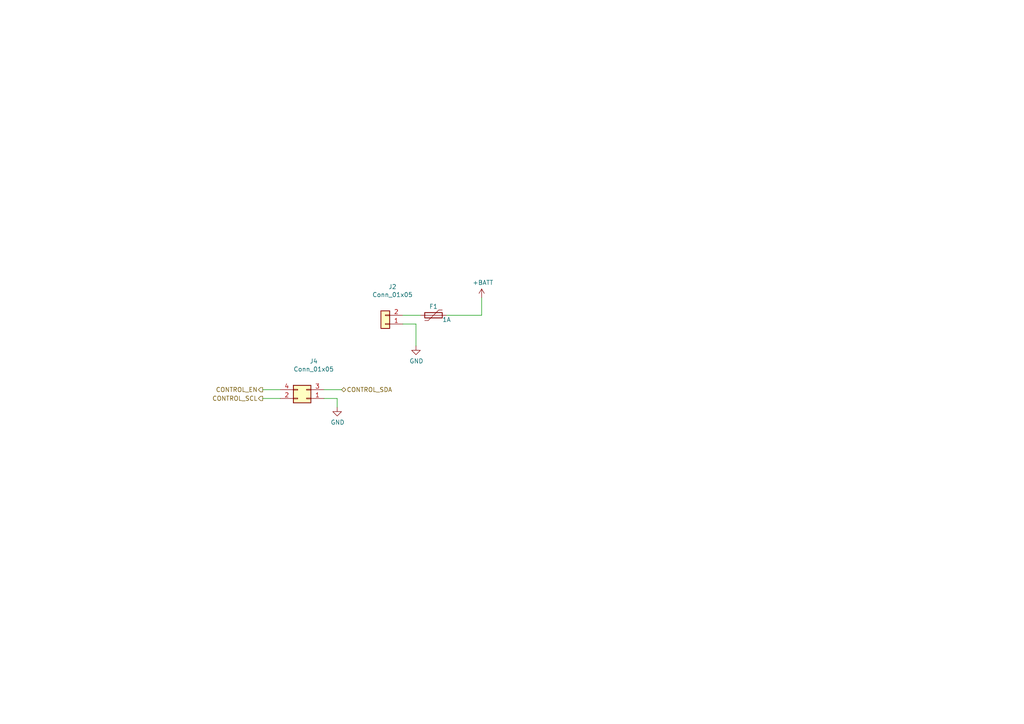
<source format=kicad_sch>
(kicad_sch (version 20230121) (generator eeschema)
  (paper "A4")
  (title_block (date "2020-06-17") (rev "R0.1") (comment 1 "Design by: Matt Casari"))
  (lib_symbols
    (symbol "Connector_Generic:Conn_01x02" (pin_names (offset 1.016) hide)
      (property "Reference" "J" (at 0 2.54 0))
      (property "Value" "Conn_01x02" (at 0 -5.08 0))
      (symbol "Conn_01x02_1_1"
        (rectangle (start -1.27 -2.413) (end 0 -2.667) (stroke (width 0.1524)))
        (rectangle (start -1.27 0.127) (end 0 -0.127) (stroke (width 0.1524)))
        (rectangle (start -1.27 1.27) (end 1.27 -3.81) (stroke (width 0.254)) (fill (type background)))
        (pin passive line (at -5.08 0 0) (length 3.81) (name "Pin_1") (number "1"))
        (pin passive line (at -5.08 -2.54 0) (length 3.81) (name "Pin_2") (number "2"))
      )
    )
    (symbol "Connector_Generic:Conn_02x02_Odd_Even" (pin_names (offset 1.016) hide)
      (property "Reference" "J" (at 1.27 2.54 0))
      (property "Value" "Conn_02x02_Odd_Even" (at 1.27 -5.08 0))
      (symbol "Conn_02x02_Odd_Even_1_1"
        (rectangle (start -1.27 -2.413) (end 0 -2.667) (stroke (width 0.1524)))
        (rectangle (start -1.27 0.127) (end 0 -0.127) (stroke (width 0.1524)))
        (rectangle (start -1.27 1.27) (end 3.81 -3.81) (stroke (width 0.254)) (fill (type background)))
        (rectangle (start 3.81 -2.413) (end 2.54 -2.667) (stroke (width 0.1524)))
        (rectangle (start 3.81 0.127) (end 2.54 -0.127) (stroke (width 0.1524)))
        (pin passive line (at -5.08 0 0) (length 3.81) (name "Pin_1") (number "1"))
        (pin passive line (at 7.62 0 180) (length 3.81) (name "Pin_2") (number "2"))
        (pin passive line (at -5.08 -2.54 0) (length 3.81) (name "Pin_3") (number "3"))
        (pin passive line (at 7.62 -2.54 180) (length 3.81) (name "Pin_4") (number "4"))
      )
    )
    (symbol "Device:Polyfuse" (pin_numbers hide) (pin_names (offset 0))
      (property "Reference" "F" (at -2.54 0 90))
      (property "Value" "Polyfuse" (at 2.54 0 90))
      (symbol "Polyfuse_0_1"
        (rectangle (start -0.762 2.54) (end 0.762 -2.54) (stroke (width 0.254)))
        (polyline (pts (xy 0 2.54) (xy 0 -2.54)))
        (polyline (pts (xy -1.524 2.54) (xy -1.524 1.524) (xy 1.524 -1.524) (xy 1.524 -2.54)))
      )
      (symbol "Polyfuse_1_1"
        (pin passive line (at 0 3.81 270) (length 1.27) (name "~") (number "1"))
        (pin passive line (at 0 -3.81 90) (length 1.27) (name "~") (number "2"))
      )
    )
    (symbol "power:+BATT" (power) (pin_names (offset 0))
      (property "Value" "+BATT" (at 0 3.556 0))
      (symbol "+BATT_0_1"
        (polyline (pts (xy -0.762 1.27) (xy 0 2.54)))
        (polyline (pts (xy 0 0) (xy 0 2.54)))
        (polyline (pts (xy 0 2.54) (xy 0.762 1.27)))
      )
      (symbol "+BATT_1_1"
        (pin power_in line (at 0 0 90) (length 0) hide (name "+BATT") (number "1"))
      )
    )
    (symbol "power:GND" (power) (pin_names (offset 0))
      (property "Value" "GND" (at 0 -3.81 0))
      (symbol "GND_0_1"
        (polyline (pts (xy 0 0) (xy 0 -1.27) (xy 1.27 -1.27) (xy 0 -2.54) (xy -1.27 -1.27) (xy 0 -1.27)))
      )
      (symbol "GND_1_1"
        (pin power_in line (at 0 0 270) (length 0) hide (name "GND") (number "1"))
      )
    )
  )
  (wire (pts (xy 97.79 115.57) (xy 93.98 115.57)))
  (wire (pts (xy 116.84 91.44) (xy 121.92 91.44)))
  (wire (pts (xy 139.7 86.36) (xy 139.7 91.44)))
  (wire (pts (xy 76.2 115.57) (xy 81.28 115.57)))
  (wire (pts (xy 120.65 93.98) (xy 116.84 93.98)))
  (wire (pts (xy 139.7 91.44) (xy 129.54 91.44)))
  (wire (pts (xy 120.65 100.33) (xy 120.65 93.98)))
  (wire (pts (xy 93.98 113.03) (xy 99.06 113.03)))
  (wire (pts (xy 76.2 113.03) (xy 81.28 113.03)))
  (wire (pts (xy 97.79 118.11) (xy 97.79 115.57)))
  (hierarchical_label "CONTROL_SCL" (shape output) (at 76.2 115.57 180))
  (hierarchical_label "CONTROL_EN" (shape output) (at 76.2 113.03 180))
  (hierarchical_label "CONTROL_SDA" (shape bidirectional) (at 99.06 113.03 0))
  (symbol (lib_id "power:GND") (at 120.65 100.33 0) (unit 1)
    (property "Reference" "#PWR010" (effects hide))
    (property "Value" "GND" (at 120.777 104.7242 0))
  )
  (symbol (lib_id "Device:Polyfuse") (at 125.73 91.44 270) (unit 1)
    (property "Reference" "F1" (at 125.73 88.9 90))
    (property "Value" "1A" (at 129.54 92.71 90))
    (property "Footprint" "Fuse:Fuse_Bourns_MF-RG650" (effects hide))
    (property "MPN" "MF-R090" (effects hide))
  )
  (symbol (lib_id "power:+BATT") (at 139.7 86.36 0) (unit 1)
    (property "Reference" "#PWR09" (effects hide))
    (property "Value" "+BATT" (at 140.081 81.9658 0))
  )
  (symbol (lib_id "Connector_Generic:Conn_01x02") (at 111.76 93.98 180) (unit 1)
    (property "Reference" "J2" (at 113.8428 83.185 0))
    (property "Value" "Conn_01x05" (at 113.8428 85.4964 0))
    (property "Footprint" "Connector_Molex:Molex_Micro-Fit_3.0_43045-0212_2x01_P3.00mm_Vertical" (effects hide))
    (property "MPN" "61300511121" (effects hide))
  )
  (symbol (lib_id "power:GND") (at 97.79 118.11 0) (unit 1)
    (property "Reference" "#PWR032" (effects hide))
    (property "Value" "GND" (at 97.917 122.5042 0))
  )
  (symbol (lib_id "Connector_Generic:Conn_02x02_Odd_Even") (at 88.9 115.57 180) (unit 1)
    (property "Reference" "J4" (at 90.9828 104.775 0))
    (property "Value" "Conn_01x05" (at 90.9828 107.0864 0))
    (property "Footprint" "Connector_Molex:Molex_Micro-Fit_3.0_43045-0412_2x02_P3.00mm_Vertical" (effects hide))
    (property "MPN" "61300511121" (effects hide))
  )
)
</source>
